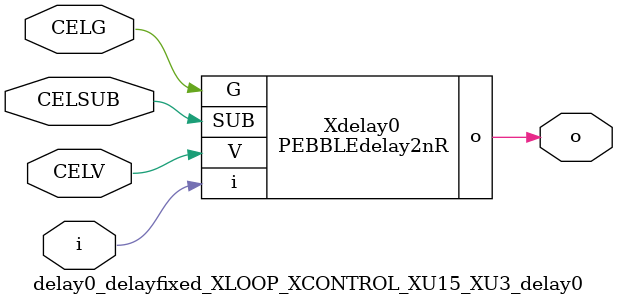
<source format=v>



module PEBBLEdelay2nR ( o, V, G, i, SUB );

  input V;
  input i;
  input G;
  output o;
  input SUB;
endmodule

//Celera Confidential Do Not Copy delay0_delayfixed_XLOOP_XCONTROL_XU15_XU3_delay0
//TYPE: fixed 2ns
module delay0_delayfixed_XLOOP_XCONTROL_XU15_XU3_delay0 (i, CELV, o,
CELG,CELSUB);
input CELV;
input i;
output o;
input CELSUB;
input CELG;

//Celera Confidential Do Not Copy delayfast0
PEBBLEdelay2nR Xdelay0(
.V (CELV),
.i (i),
.o (o),
.G (CELG),
.SUB (CELSUB)
);
//,diesize,PEBBLEdelay2nR

//Celera Confidential Do Not Copy Module End
//Celera Schematic Generator
endmodule

</source>
